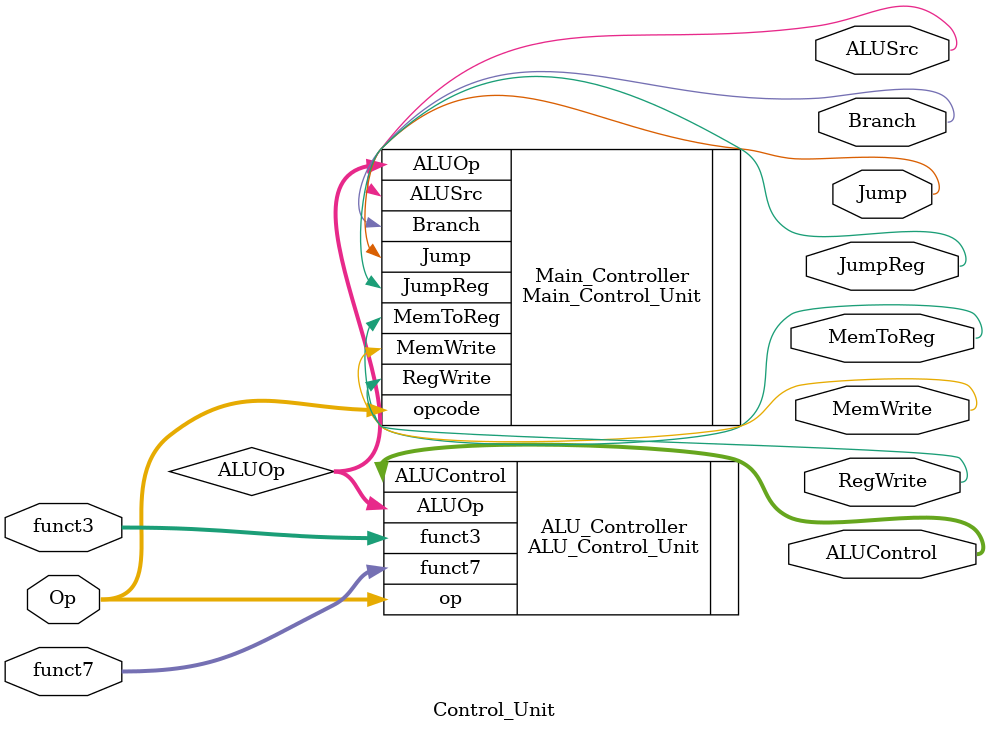
<source format=v>
`include "ALU_Control_Unit.v"
`include "Main_Control_Unit.v"

module Control_Unit(
    input [6:0]Op,funct7,
    input [2:0]funct3,

    output RegWrite, MemWrite, MemToReg, ALUSrc, Branch, Jump, JumpReg, 
    output [3:0]ALUControl
);

    wire [1:0]ALUOp;

    Main_Control_Unit Main_Controller(
                .opcode(Op),
                
                .RegWrite(RegWrite),
                .MemWrite(MemWrite),
                .MemToReg(MemToReg),
                .ALUSrc(ALUSrc),
                .Branch(Branch),
                .Jump(Jump),
                .JumpReg(JumpReg),
                .ALUOp(ALUOp)
    );

    ALU_Control_Unit ALU_Controller(
                            .ALUOp(ALUOp),
                            .funct3(funct3),
                            .funct7(funct7),
                            .op(Op),
                            .ALUControl(ALUControl)
    );


endmodule

</source>
